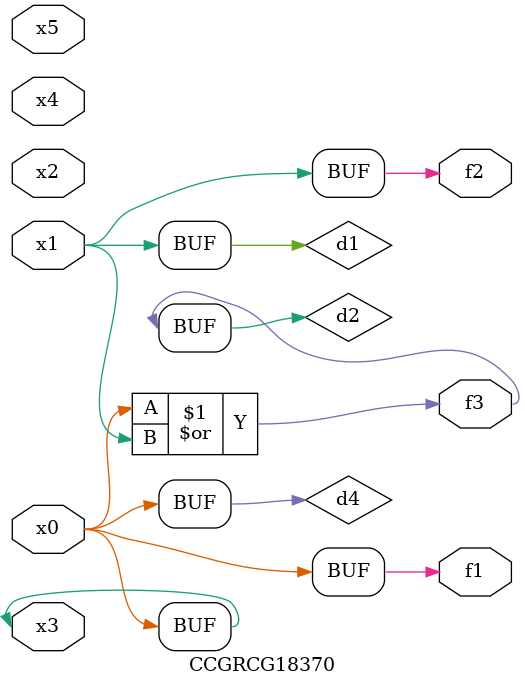
<source format=v>
module CCGRCG18370(
	input x0, x1, x2, x3, x4, x5,
	output f1, f2, f3
);

	wire d1, d2, d3, d4;

	and (d1, x1);
	or (d2, x0, x1);
	nand (d3, x0, x5);
	buf (d4, x0, x3);
	assign f1 = d4;
	assign f2 = d1;
	assign f3 = d2;
endmodule

</source>
